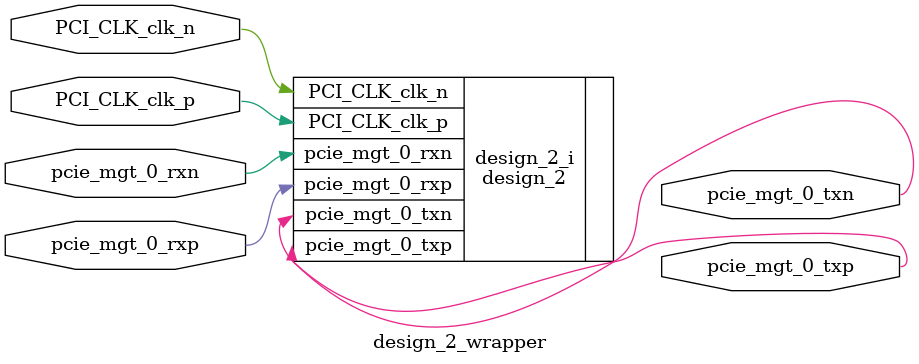
<source format=v>
`timescale 1 ps / 1 ps

module design_2_wrapper
   (PCI_CLK_clk_n,
    PCI_CLK_clk_p,
    pcie_mgt_0_rxn,
    pcie_mgt_0_rxp,
    pcie_mgt_0_txn,
    pcie_mgt_0_txp);
  input [0:0]PCI_CLK_clk_n;
  input [0:0]PCI_CLK_clk_p;
  input [0:0]pcie_mgt_0_rxn;
  input [0:0]pcie_mgt_0_rxp;
  output [0:0]pcie_mgt_0_txn;
  output [0:0]pcie_mgt_0_txp;

  wire [0:0]PCI_CLK_clk_n;
  wire [0:0]PCI_CLK_clk_p;
  wire [0:0]pcie_mgt_0_rxn;
  wire [0:0]pcie_mgt_0_rxp;
  wire [0:0]pcie_mgt_0_txn;
  wire [0:0]pcie_mgt_0_txp;

  design_2 design_2_i
       (.PCI_CLK_clk_n(PCI_CLK_clk_n),
        .PCI_CLK_clk_p(PCI_CLK_clk_p),
        .pcie_mgt_0_rxn(pcie_mgt_0_rxn),
        .pcie_mgt_0_rxp(pcie_mgt_0_rxp),
        .pcie_mgt_0_txn(pcie_mgt_0_txn),
        .pcie_mgt_0_txp(pcie_mgt_0_txp));
endmodule

</source>
